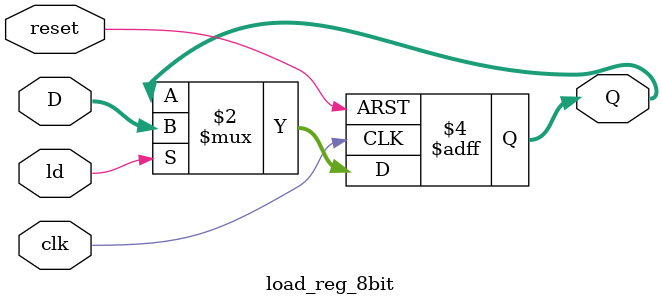
<source format=v>
`timescale 1ns / 1ps


module load_reg_8bit(
    input [7:0] D,
    input clk,
    input ld,
    input reset,
    output reg [7:0] Q
);

always @(posedge clk or posedge reset) begin

    if (reset) begin
        Q <= 8'h00;
    end else begin
        if (ld) begin
            Q <= D;
        end
    end
    
end
endmodule

</source>
